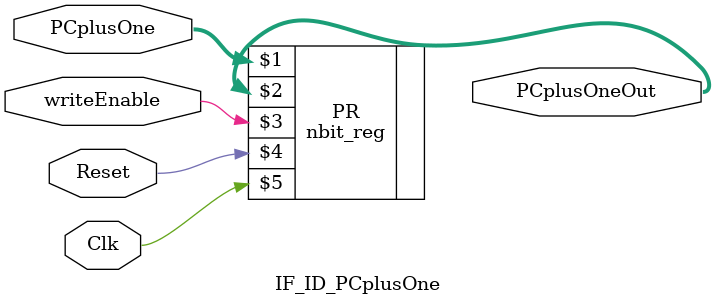
<source format=v>
`timescale 1ns / 1ps
module IF_ID_PCplusOne(
	input Clk,Reset,writeEnable,
	input[31:0] PCplusOne,
	output[31:0]PCplusOneOut
    );
	 
	 nbit_reg	#(32) PR	(PCplusOne,PCplusOneOut,writeEnable,Reset,Clk);


endmodule

</source>
